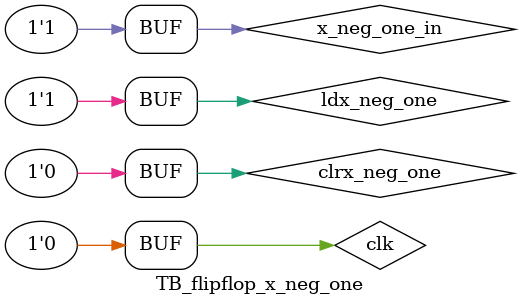
<source format=v>
`timescale 1ns/1ns

module TB_flipflop_x_neg_one();
	reg clk, x_neg_one_in, clrx_neg_one, ldx_neg_one;
	wire x_neg_one_out;
	flip_flop X_NEG_ONE_FLIPFLOP(clk, x_neg_one_in, clrx_neg_one, ldx_neg_one, x_neg_one_out);

	initial begin
		clk = 0;
		x_neg_one_in = 1;
		clrx_neg_one = 1;
		ldx_neg_one = 0;
		#50; clk = 1;
		#50; clk = 0; clrx_neg_one = 0; ldx_neg_one = 1;
		#50; clk = 1;
		#50; clk = 0;
		#50; clk = 1;
		#50; clk = 0;
		#100;
	end
endmodule
</source>
